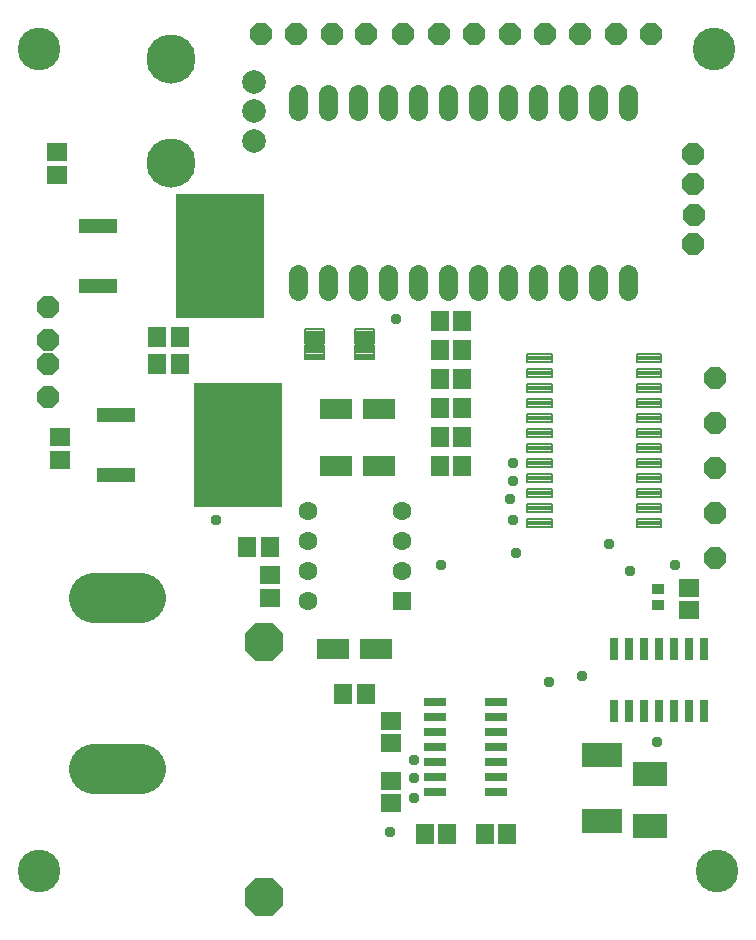
<source format=gts>
G75*
%MOIN*%
%OFA0B0*%
%FSLAX25Y25*%
%IPPOS*%
%LPD*%
%AMOC8*
5,1,8,0,0,1.08239X$1,22.5*
%
%ADD10C,0.14186*%
%ADD11R,0.02900X0.07500*%
%ADD12R,0.07500X0.02900*%
%ADD13R,0.06328X0.06328*%
%ADD14C,0.06328*%
%ADD15R,0.05918X0.06706*%
%ADD16R,0.11430X0.07887*%
%ADD17R,0.13398X0.07887*%
%ADD18R,0.04343X0.03556*%
%ADD19R,0.06706X0.05918*%
%ADD20OC8,0.07400*%
%ADD21R,0.11036X0.07099*%
%ADD22C,0.00791*%
%ADD23C,0.00692*%
%ADD24C,0.06469*%
%ADD25C,0.16548*%
%ADD26C,0.07887*%
%ADD27C,0.16391*%
%ADD28OC8,0.12800*%
%ADD29R,0.29343X0.41351*%
%ADD30R,0.12611X0.04737*%
%ADD31C,0.03762*%
D10*
X0018800Y0018800D03*
X0244800Y0018800D03*
X0243800Y0292800D03*
X0018800Y0292800D03*
D11*
X0210335Y0092827D03*
X0215335Y0092827D03*
X0220335Y0092827D03*
X0225335Y0092827D03*
X0230335Y0092827D03*
X0235335Y0092827D03*
X0240335Y0092827D03*
X0240335Y0072427D03*
X0235335Y0072427D03*
X0230335Y0072427D03*
X0225335Y0072427D03*
X0220335Y0072427D03*
X0215335Y0072427D03*
X0210335Y0072427D03*
D12*
X0171165Y0070320D03*
X0171165Y0075320D03*
X0171165Y0065320D03*
X0171165Y0060320D03*
X0171165Y0055320D03*
X0171165Y0050320D03*
X0171165Y0045320D03*
X0150765Y0045320D03*
X0150765Y0050320D03*
X0150765Y0055320D03*
X0150765Y0060320D03*
X0150765Y0065320D03*
X0150765Y0070320D03*
X0150765Y0075320D03*
D13*
X0139650Y0108902D03*
D14*
X0139650Y0118902D03*
X0139650Y0128902D03*
X0139650Y0138902D03*
X0108391Y0138902D03*
X0108391Y0128902D03*
X0108391Y0118902D03*
X0108391Y0108902D03*
D15*
X0095540Y0126800D03*
X0088060Y0126800D03*
X0120060Y0077800D03*
X0127540Y0077800D03*
X0147225Y0031383D03*
X0154706Y0031383D03*
X0167225Y0031383D03*
X0174706Y0031383D03*
X0159784Y0153989D03*
X0152304Y0153989D03*
X0152304Y0163674D03*
X0159784Y0163674D03*
X0159784Y0173359D03*
X0152304Y0173359D03*
X0152304Y0183044D03*
X0159784Y0183044D03*
X0159784Y0192729D03*
X0152304Y0192729D03*
X0152304Y0202414D03*
X0159784Y0202414D03*
X0065540Y0196800D03*
X0058060Y0196800D03*
X0058060Y0187800D03*
X0065540Y0187800D03*
D16*
X0222209Y0051351D03*
X0222209Y0034028D03*
D17*
X0206335Y0035666D03*
X0206335Y0057713D03*
D18*
X0225131Y0107792D03*
X0225131Y0112910D03*
D19*
X0235272Y0113430D03*
X0235272Y0105950D03*
X0135965Y0069060D03*
X0135965Y0061580D03*
X0135965Y0049060D03*
X0135965Y0041580D03*
X0095800Y0110060D03*
X0095800Y0117540D03*
X0025800Y0156060D03*
X0025800Y0163540D03*
X0024800Y0251060D03*
X0024800Y0258540D03*
D20*
X0021800Y0206800D03*
X0021800Y0195800D03*
X0021800Y0187800D03*
X0021800Y0176800D03*
X0092706Y0298013D03*
X0104517Y0298013D03*
X0116328Y0298013D03*
X0127800Y0297800D03*
X0140139Y0298013D03*
X0151950Y0298013D03*
X0163761Y0298013D03*
X0175572Y0298013D03*
X0187383Y0298013D03*
X0199194Y0298013D03*
X0211005Y0298013D03*
X0222816Y0298013D03*
X0236800Y0257800D03*
X0236800Y0247800D03*
X0236879Y0237517D03*
X0236800Y0227800D03*
X0243902Y0183438D03*
X0243902Y0168438D03*
X0243902Y0153438D03*
X0243902Y0138438D03*
X0243902Y0123438D03*
D21*
X0131887Y0153800D03*
X0117713Y0153800D03*
X0117713Y0172800D03*
X0131887Y0172800D03*
X0130887Y0092800D03*
X0116713Y0092800D03*
D22*
X0181433Y0133783D02*
X0189553Y0133783D01*
X0181433Y0133783D02*
X0181433Y0136155D01*
X0189553Y0136155D01*
X0189553Y0133783D01*
X0189553Y0134573D02*
X0181433Y0134573D01*
X0181433Y0135363D02*
X0189553Y0135363D01*
X0189553Y0136153D02*
X0181433Y0136153D01*
X0181433Y0138783D02*
X0189553Y0138783D01*
X0181433Y0138783D02*
X0181433Y0141155D01*
X0189553Y0141155D01*
X0189553Y0138783D01*
X0189553Y0139573D02*
X0181433Y0139573D01*
X0181433Y0140363D02*
X0189553Y0140363D01*
X0189553Y0141153D02*
X0181433Y0141153D01*
X0181433Y0143783D02*
X0189553Y0143783D01*
X0181433Y0143783D02*
X0181433Y0146155D01*
X0189553Y0146155D01*
X0189553Y0143783D01*
X0189553Y0144573D02*
X0181433Y0144573D01*
X0181433Y0145363D02*
X0189553Y0145363D01*
X0189553Y0146153D02*
X0181433Y0146153D01*
X0181433Y0148783D02*
X0189553Y0148783D01*
X0181433Y0148783D02*
X0181433Y0151155D01*
X0189553Y0151155D01*
X0189553Y0148783D01*
X0189553Y0149573D02*
X0181433Y0149573D01*
X0181433Y0150363D02*
X0189553Y0150363D01*
X0189553Y0151153D02*
X0181433Y0151153D01*
X0181433Y0153783D02*
X0189553Y0153783D01*
X0181433Y0153783D02*
X0181433Y0156155D01*
X0189553Y0156155D01*
X0189553Y0153783D01*
X0189553Y0154573D02*
X0181433Y0154573D01*
X0181433Y0155363D02*
X0189553Y0155363D01*
X0189553Y0156153D02*
X0181433Y0156153D01*
X0181433Y0158783D02*
X0189553Y0158783D01*
X0181433Y0158783D02*
X0181433Y0161155D01*
X0189553Y0161155D01*
X0189553Y0158783D01*
X0189553Y0159573D02*
X0181433Y0159573D01*
X0181433Y0160363D02*
X0189553Y0160363D01*
X0189553Y0161153D02*
X0181433Y0161153D01*
X0181433Y0163783D02*
X0189553Y0163783D01*
X0181433Y0163783D02*
X0181433Y0166155D01*
X0189553Y0166155D01*
X0189553Y0163783D01*
X0189553Y0164573D02*
X0181433Y0164573D01*
X0181433Y0165363D02*
X0189553Y0165363D01*
X0189553Y0166153D02*
X0181433Y0166153D01*
X0181433Y0168783D02*
X0189553Y0168783D01*
X0181433Y0168783D02*
X0181433Y0171155D01*
X0189553Y0171155D01*
X0189553Y0168783D01*
X0189553Y0169573D02*
X0181433Y0169573D01*
X0181433Y0170363D02*
X0189553Y0170363D01*
X0189553Y0171153D02*
X0181433Y0171153D01*
X0181433Y0173783D02*
X0189553Y0173783D01*
X0181433Y0173783D02*
X0181433Y0176155D01*
X0189553Y0176155D01*
X0189553Y0173783D01*
X0189553Y0174573D02*
X0181433Y0174573D01*
X0181433Y0175363D02*
X0189553Y0175363D01*
X0189553Y0176153D02*
X0181433Y0176153D01*
X0181433Y0178783D02*
X0189553Y0178783D01*
X0181433Y0178783D02*
X0181433Y0181155D01*
X0189553Y0181155D01*
X0189553Y0178783D01*
X0189553Y0179573D02*
X0181433Y0179573D01*
X0181433Y0180363D02*
X0189553Y0180363D01*
X0189553Y0181153D02*
X0181433Y0181153D01*
X0181433Y0183783D02*
X0189553Y0183783D01*
X0181433Y0183783D02*
X0181433Y0186155D01*
X0189553Y0186155D01*
X0189553Y0183783D01*
X0189553Y0184573D02*
X0181433Y0184573D01*
X0181433Y0185363D02*
X0189553Y0185363D01*
X0189553Y0186153D02*
X0181433Y0186153D01*
X0181433Y0188783D02*
X0189553Y0188783D01*
X0181433Y0188783D02*
X0181433Y0191155D01*
X0189553Y0191155D01*
X0189553Y0188783D01*
X0189553Y0189573D02*
X0181433Y0189573D01*
X0181433Y0190363D02*
X0189553Y0190363D01*
X0189553Y0191153D02*
X0181433Y0191153D01*
X0217968Y0188783D02*
X0226088Y0188783D01*
X0217968Y0188783D02*
X0217968Y0191155D01*
X0226088Y0191155D01*
X0226088Y0188783D01*
X0226088Y0189573D02*
X0217968Y0189573D01*
X0217968Y0190363D02*
X0226088Y0190363D01*
X0226088Y0191153D02*
X0217968Y0191153D01*
X0217968Y0183783D02*
X0226088Y0183783D01*
X0217968Y0183783D02*
X0217968Y0186155D01*
X0226088Y0186155D01*
X0226088Y0183783D01*
X0226088Y0184573D02*
X0217968Y0184573D01*
X0217968Y0185363D02*
X0226088Y0185363D01*
X0226088Y0186153D02*
X0217968Y0186153D01*
X0217968Y0178783D02*
X0226088Y0178783D01*
X0217968Y0178783D02*
X0217968Y0181155D01*
X0226088Y0181155D01*
X0226088Y0178783D01*
X0226088Y0179573D02*
X0217968Y0179573D01*
X0217968Y0180363D02*
X0226088Y0180363D01*
X0226088Y0181153D02*
X0217968Y0181153D01*
X0217968Y0173783D02*
X0226088Y0173783D01*
X0217968Y0173783D02*
X0217968Y0176155D01*
X0226088Y0176155D01*
X0226088Y0173783D01*
X0226088Y0174573D02*
X0217968Y0174573D01*
X0217968Y0175363D02*
X0226088Y0175363D01*
X0226088Y0176153D02*
X0217968Y0176153D01*
X0217968Y0168783D02*
X0226088Y0168783D01*
X0217968Y0168783D02*
X0217968Y0171155D01*
X0226088Y0171155D01*
X0226088Y0168783D01*
X0226088Y0169573D02*
X0217968Y0169573D01*
X0217968Y0170363D02*
X0226088Y0170363D01*
X0226088Y0171153D02*
X0217968Y0171153D01*
X0217968Y0163783D02*
X0226088Y0163783D01*
X0217968Y0163783D02*
X0217968Y0166155D01*
X0226088Y0166155D01*
X0226088Y0163783D01*
X0226088Y0164573D02*
X0217968Y0164573D01*
X0217968Y0165363D02*
X0226088Y0165363D01*
X0226088Y0166153D02*
X0217968Y0166153D01*
X0217968Y0158783D02*
X0226088Y0158783D01*
X0217968Y0158783D02*
X0217968Y0161155D01*
X0226088Y0161155D01*
X0226088Y0158783D01*
X0226088Y0159573D02*
X0217968Y0159573D01*
X0217968Y0160363D02*
X0226088Y0160363D01*
X0226088Y0161153D02*
X0217968Y0161153D01*
X0217968Y0153783D02*
X0226088Y0153783D01*
X0217968Y0153783D02*
X0217968Y0156155D01*
X0226088Y0156155D01*
X0226088Y0153783D01*
X0226088Y0154573D02*
X0217968Y0154573D01*
X0217968Y0155363D02*
X0226088Y0155363D01*
X0226088Y0156153D02*
X0217968Y0156153D01*
X0217968Y0148783D02*
X0226088Y0148783D01*
X0217968Y0148783D02*
X0217968Y0151155D01*
X0226088Y0151155D01*
X0226088Y0148783D01*
X0226088Y0149573D02*
X0217968Y0149573D01*
X0217968Y0150363D02*
X0226088Y0150363D01*
X0226088Y0151153D02*
X0217968Y0151153D01*
X0217968Y0143783D02*
X0226088Y0143783D01*
X0217968Y0143783D02*
X0217968Y0146155D01*
X0226088Y0146155D01*
X0226088Y0143783D01*
X0226088Y0144573D02*
X0217968Y0144573D01*
X0217968Y0145363D02*
X0226088Y0145363D01*
X0226088Y0146153D02*
X0217968Y0146153D01*
X0217968Y0138783D02*
X0226088Y0138783D01*
X0217968Y0138783D02*
X0217968Y0141155D01*
X0226088Y0141155D01*
X0226088Y0138783D01*
X0226088Y0139573D02*
X0217968Y0139573D01*
X0217968Y0140363D02*
X0226088Y0140363D01*
X0226088Y0141153D02*
X0217968Y0141153D01*
X0217968Y0133783D02*
X0226088Y0133783D01*
X0217968Y0133783D02*
X0217968Y0136155D01*
X0226088Y0136155D01*
X0226088Y0133783D01*
X0226088Y0134573D02*
X0217968Y0134573D01*
X0217968Y0135363D02*
X0226088Y0135363D01*
X0226088Y0136153D02*
X0217968Y0136153D01*
D23*
X0130445Y0191810D02*
X0123959Y0191810D01*
X0130445Y0191810D02*
X0130445Y0189734D01*
X0123959Y0189734D01*
X0123959Y0191810D01*
X0123959Y0190425D02*
X0130445Y0190425D01*
X0130445Y0191116D02*
X0123959Y0191116D01*
X0123959Y0191807D02*
X0130445Y0191807D01*
X0130445Y0194369D02*
X0123959Y0194369D01*
X0130445Y0194369D02*
X0130445Y0192293D01*
X0123959Y0192293D01*
X0123959Y0194369D01*
X0123959Y0192984D02*
X0130445Y0192984D01*
X0130445Y0193675D02*
X0123959Y0193675D01*
X0123959Y0194366D02*
X0130445Y0194366D01*
X0130445Y0196929D02*
X0123959Y0196929D01*
X0130445Y0196929D02*
X0130445Y0194853D01*
X0123959Y0194853D01*
X0123959Y0196929D01*
X0123959Y0195544D02*
X0130445Y0195544D01*
X0130445Y0196235D02*
X0123959Y0196235D01*
X0123959Y0196926D02*
X0130445Y0196926D01*
X0130445Y0199488D02*
X0123959Y0199488D01*
X0130445Y0199488D02*
X0130445Y0197412D01*
X0123959Y0197412D01*
X0123959Y0199488D01*
X0123959Y0198103D02*
X0130445Y0198103D01*
X0130445Y0198794D02*
X0123959Y0198794D01*
X0123959Y0199485D02*
X0130445Y0199485D01*
X0113752Y0199488D02*
X0107266Y0199488D01*
X0113752Y0199488D02*
X0113752Y0197412D01*
X0107266Y0197412D01*
X0107266Y0199488D01*
X0107266Y0198103D02*
X0113752Y0198103D01*
X0113752Y0198794D02*
X0107266Y0198794D01*
X0107266Y0199485D02*
X0113752Y0199485D01*
X0113752Y0196929D02*
X0107266Y0196929D01*
X0113752Y0196929D02*
X0113752Y0194853D01*
X0107266Y0194853D01*
X0107266Y0196929D01*
X0107266Y0195544D02*
X0113752Y0195544D01*
X0113752Y0196235D02*
X0107266Y0196235D01*
X0107266Y0196926D02*
X0113752Y0196926D01*
X0113752Y0194369D02*
X0107266Y0194369D01*
X0113752Y0194369D02*
X0113752Y0192293D01*
X0107266Y0192293D01*
X0107266Y0194369D01*
X0107266Y0192984D02*
X0113752Y0192984D01*
X0113752Y0193675D02*
X0107266Y0193675D01*
X0107266Y0194366D02*
X0113752Y0194366D01*
X0113752Y0191810D02*
X0107266Y0191810D01*
X0113752Y0191810D02*
X0113752Y0189734D01*
X0107266Y0189734D01*
X0107266Y0191810D01*
X0107266Y0190425D02*
X0113752Y0190425D01*
X0113752Y0191116D02*
X0107266Y0191116D01*
X0107266Y0191807D02*
X0113752Y0191807D01*
D24*
X0115044Y0212217D02*
X0115044Y0217887D01*
X0105044Y0217887D02*
X0105044Y0212217D01*
X0125044Y0212217D02*
X0125044Y0217887D01*
X0135044Y0217887D02*
X0135044Y0212217D01*
X0145044Y0212217D02*
X0145044Y0217887D01*
X0155044Y0217887D02*
X0155044Y0212217D01*
X0165044Y0212217D02*
X0165044Y0217887D01*
X0175044Y0217887D02*
X0175044Y0212217D01*
X0185044Y0212217D02*
X0185044Y0217887D01*
X0195044Y0217887D02*
X0195044Y0212217D01*
X0205044Y0212217D02*
X0205044Y0217887D01*
X0215044Y0217887D02*
X0215044Y0212217D01*
X0215044Y0272217D02*
X0215044Y0277887D01*
X0205044Y0277887D02*
X0205044Y0272217D01*
X0195044Y0272217D02*
X0195044Y0277887D01*
X0185044Y0277887D02*
X0185044Y0272217D01*
X0175044Y0272217D02*
X0175044Y0277887D01*
X0165044Y0277887D02*
X0165044Y0272217D01*
X0155044Y0272217D02*
X0155044Y0277887D01*
X0145044Y0277887D02*
X0145044Y0272217D01*
X0135044Y0272217D02*
X0135044Y0277887D01*
X0125044Y0277887D02*
X0125044Y0272217D01*
X0115044Y0272217D02*
X0115044Y0277887D01*
X0105044Y0277887D02*
X0105044Y0272217D01*
D25*
X0052674Y0109800D02*
X0036926Y0109800D01*
X0036926Y0052800D02*
X0052674Y0052800D01*
D26*
X0090335Y0262359D03*
X0090335Y0272202D03*
X0090335Y0282044D03*
D27*
X0062776Y0289524D03*
X0062776Y0254879D03*
D28*
X0093800Y0095241D03*
X0093800Y0010359D03*
D29*
X0084942Y0160800D03*
X0078942Y0223800D03*
D30*
X0038391Y0213800D03*
X0038391Y0233800D03*
X0044391Y0170800D03*
X0044391Y0150800D03*
D31*
X0077800Y0135800D03*
X0137800Y0202800D03*
X0176800Y0154800D03*
X0176800Y0148800D03*
X0175800Y0142800D03*
X0176800Y0135800D03*
X0177800Y0124800D03*
X0152800Y0120800D03*
X0188800Y0081800D03*
X0199800Y0083800D03*
X0224800Y0061800D03*
X0215800Y0118800D03*
X0208800Y0127800D03*
X0230800Y0120800D03*
X0143800Y0055800D03*
X0143800Y0049800D03*
X0143800Y0043300D03*
X0135800Y0031800D03*
M02*

</source>
